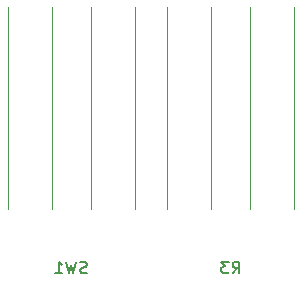
<source format=gbr>
%TF.GenerationSoftware,KiCad,Pcbnew,(6.0.5)*%
%TF.CreationDate,2022-07-24T11:34:55-07:00*%
%TF.ProjectId,BRD_strobelight,4252445f-7374-4726-9f62-656c69676874,rev?*%
%TF.SameCoordinates,Original*%
%TF.FileFunction,Legend,Bot*%
%TF.FilePolarity,Positive*%
%FSLAX46Y46*%
G04 Gerber Fmt 4.6, Leading zero omitted, Abs format (unit mm)*
G04 Created by KiCad (PCBNEW (6.0.5)) date 2022-07-24 11:34:55*
%MOMM*%
%LPD*%
G01*
G04 APERTURE LIST*
%ADD10C,0.150000*%
%ADD11C,0.120000*%
G04 APERTURE END LIST*
D10*
%TO.C,SW1*%
X141333333Y-100354761D02*
X141190476Y-100402380D01*
X140952380Y-100402380D01*
X140857142Y-100354761D01*
X140809523Y-100307142D01*
X140761904Y-100211904D01*
X140761904Y-100116666D01*
X140809523Y-100021428D01*
X140857142Y-99973809D01*
X140952380Y-99926190D01*
X141142857Y-99878571D01*
X141238095Y-99830952D01*
X141285714Y-99783333D01*
X141333333Y-99688095D01*
X141333333Y-99592857D01*
X141285714Y-99497619D01*
X141238095Y-99450000D01*
X141142857Y-99402380D01*
X140904761Y-99402380D01*
X140761904Y-99450000D01*
X140428571Y-99402380D02*
X140190476Y-100402380D01*
X140000000Y-99688095D01*
X139809523Y-100402380D01*
X139571428Y-99402380D01*
X138666666Y-100402380D02*
X139238095Y-100402380D01*
X138952380Y-100402380D02*
X138952380Y-99402380D01*
X139047619Y-99545238D01*
X139142857Y-99640476D01*
X139238095Y-99688095D01*
%TO.C,R3*%
X153666666Y-100402380D02*
X154000000Y-99926190D01*
X154238095Y-100402380D02*
X154238095Y-99402380D01*
X153857142Y-99402380D01*
X153761904Y-99450000D01*
X153714285Y-99497619D01*
X153666666Y-99592857D01*
X153666666Y-99735714D01*
X153714285Y-99830952D01*
X153761904Y-99878571D01*
X153857142Y-99926190D01*
X154238095Y-99926190D01*
X153333333Y-99402380D02*
X152714285Y-99402380D01*
X153047619Y-99783333D01*
X152904761Y-99783333D01*
X152809523Y-99830952D01*
X152761904Y-99878571D01*
X152714285Y-99973809D01*
X152714285Y-100211904D01*
X152761904Y-100307142D01*
X152809523Y-100354761D01*
X152904761Y-100402380D01*
X153190476Y-100402380D01*
X153285714Y-100354761D01*
X153333333Y-100307142D01*
D11*
%TO.C,SW1*%
X138360000Y-94990000D02*
X138360000Y-77860000D01*
X134640000Y-94990000D02*
X134640000Y-77860000D01*
X141640000Y-94990000D02*
X141640000Y-77860000D01*
X145360000Y-94990000D02*
X145360000Y-77860000D01*
%TO.C,R3*%
X155140000Y-94990000D02*
X155140000Y-77860000D01*
X158860000Y-94990000D02*
X158860000Y-77860000D01*
X148140000Y-94990000D02*
X148140000Y-77860000D01*
X151860000Y-94990000D02*
X151860000Y-77860000D01*
%TD*%
M02*

</source>
